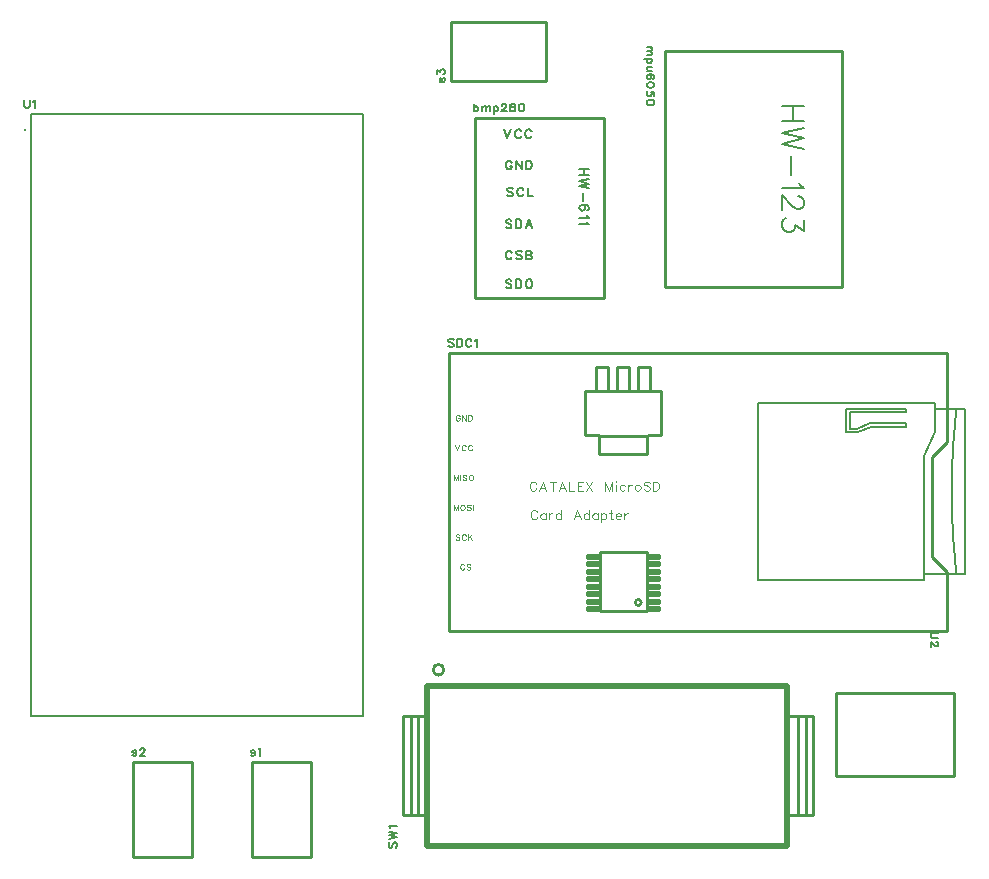
<source format=gto>
G04 Layer: TopSilkscreenLayer*
G04 EasyEDA Pro v2.2.40.3, 2025-07-25 22:58:42*
G04 Gerber Generator version 0.3*
G04 Scale: 100 percent, Rotated: No, Reflected: No*
G04 Dimensions in millimeters*
G04 Leading zeros omitted, absolute positions, 4 integers and 5 decimals*
G04 Generated by one-click*
%FSLAX45Y45*%
%MOMM*%
%ADD10C,0.1524*%
%ADD11C,0.203*%
%ADD12C,0.2032*%
%ADD13C,0.1016*%
%ADD14C,0.254*%
%ADD15C,0.1344*%
%ADD16C,0.127*%
%ADD17C,0.5*%
%ADD18C,0.32512*%
G75*


G04 Text Start*
G54D10*
G01X215138Y-881126D02*
G01X215138Y-927608D01*
G01X218186Y-936752D01*
G01X224536Y-943102D01*
G01X233680Y-946150D01*
G01X240030Y-946150D01*
G01X249174Y-943102D01*
G01X255270Y-936752D01*
G01X258572Y-927608D01*
G01X258572Y-881126D01*
G01X288798Y-893572D02*
G01X294894Y-890270D01*
G01X304038Y-881126D01*
G01X304038Y-946150D01*
G54D11*
G01X6812280Y-927100D02*
G01X6625590Y-927100D01*
G01X6812280Y-1051560D02*
G01X6625590Y-1051560D01*
G01X6723380Y-927100D02*
G01X6723380Y-1051560D01*
G01X6812280Y-1114552D02*
G01X6625590Y-1159002D01*
G01X6812280Y-1203452D02*
G01X6625590Y-1159002D01*
G01X6812280Y-1203452D02*
G01X6625590Y-1247902D01*
G01X6812280Y-1292352D02*
G01X6625590Y-1247902D01*
G01X6705600Y-1355344D02*
G01X6705600Y-1515364D01*
G01X6776720Y-1578356D02*
G01X6785610Y-1596136D01*
G01X6812280Y-1622806D01*
G01X6625590Y-1622806D01*
G01X6767830Y-1694688D02*
G01X6776720Y-1694688D01*
G01X6794500Y-1703578D01*
G01X6803390Y-1712468D01*
G01X6812280Y-1730248D01*
G01X6812280Y-1765808D01*
G01X6803390Y-1783588D01*
G01X6794500Y-1792478D01*
G01X6776720Y-1801368D01*
G01X6758940Y-1801368D01*
G01X6741160Y-1792478D01*
G01X6714490Y-1774698D01*
G01X6625590Y-1685798D01*
G01X6625590Y-1810258D01*
G01X6812280Y-1891030D02*
G01X6812280Y-1988820D01*
G01X6741160Y-1935480D01*
G01X6741160Y-1962150D01*
G01X6732270Y-1979930D01*
G01X6723380Y-1988820D01*
G01X6696710Y-1997710D01*
G01X6678930Y-1997710D01*
G01X6652260Y-1988820D01*
G01X6634480Y-1971040D01*
G01X6625590Y-1944370D01*
G01X6625590Y-1917700D01*
G01X6634480Y-1891030D01*
G01X6643370Y-1882140D01*
G01X6661150Y-1873250D01*
G54D10*
G01X5526024Y-429260D02*
G01X5482590Y-429260D01*
G01X5513578Y-429260D02*
G01X5522976Y-438658D01*
G01X5526024Y-444754D01*
G01X5526024Y-454152D01*
G01X5522976Y-460248D01*
G01X5513578Y-463296D01*
G01X5482590Y-463296D01*
G01X5513578Y-463296D02*
G01X5522976Y-472694D01*
G01X5526024Y-478790D01*
G01X5526024Y-488188D01*
G01X5522976Y-494284D01*
G01X5513578Y-497332D01*
G01X5482590Y-497332D01*
G01X5526024Y-527558D02*
G01X5461000Y-527558D01*
G01X5516626Y-527558D02*
G01X5522976Y-533654D01*
G01X5526024Y-539750D01*
G01X5526024Y-549148D01*
G01X5522976Y-555244D01*
G01X5516626Y-561594D01*
G01X5507482Y-564642D01*
G01X5501132Y-564642D01*
G01X5491988Y-561594D01*
G01X5485638Y-555244D01*
G01X5482590Y-549148D01*
G01X5482590Y-539750D01*
G01X5485638Y-533654D01*
G01X5491988Y-527558D01*
G01X5526024Y-594868D02*
G01X5495036Y-594868D01*
G01X5485638Y-597916D01*
G01X5482590Y-604012D01*
G01X5482590Y-613410D01*
G01X5485638Y-619506D01*
G01X5495036Y-628904D01*
G01X5526024Y-628904D02*
G01X5482590Y-628904D01*
G01X5538470Y-696214D02*
G01X5544566Y-693166D01*
G01X5547614Y-683768D01*
G01X5547614Y-677672D01*
G01X5544566Y-668274D01*
G01X5535168Y-662178D01*
G01X5519928Y-659130D01*
G01X5504434Y-659130D01*
G01X5491988Y-662178D01*
G01X5485638Y-668274D01*
G01X5482590Y-677672D01*
G01X5482590Y-680720D01*
G01X5485638Y-689864D01*
G01X5491988Y-696214D01*
G01X5501132Y-699262D01*
G01X5504434Y-699262D01*
G01X5513578Y-696214D01*
G01X5519928Y-689864D01*
G01X5522976Y-680720D01*
G01X5522976Y-677672D01*
G01X5519928Y-668274D01*
G01X5513578Y-662178D01*
G01X5504434Y-659130D01*
G01X5547614Y-748030D02*
G01X5544566Y-738632D01*
G01X5535168Y-732536D01*
G01X5519928Y-729488D01*
G01X5510530Y-729488D01*
G01X5495036Y-732536D01*
G01X5485638Y-738632D01*
G01X5482590Y-748030D01*
G01X5482590Y-754126D01*
G01X5485638Y-763524D01*
G01X5495036Y-769620D01*
G01X5510530Y-772668D01*
G01X5519928Y-772668D01*
G01X5535168Y-769620D01*
G01X5544566Y-763524D01*
G01X5547614Y-754126D01*
G01X5547614Y-748030D01*
G01X5547614Y-839978D02*
G01X5547614Y-808990D01*
G01X5519928Y-805942D01*
G01X5522976Y-808990D01*
G01X5526024Y-818134D01*
G01X5526024Y-827532D01*
G01X5522976Y-836930D01*
G01X5516626Y-843026D01*
G01X5507482Y-846074D01*
G01X5501132Y-846074D01*
G01X5491988Y-843026D01*
G01X5485638Y-836930D01*
G01X5482590Y-827532D01*
G01X5482590Y-818134D01*
G01X5485638Y-808990D01*
G01X5488940Y-805942D01*
G01X5495036Y-802894D01*
G01X5547614Y-894842D02*
G01X5544566Y-885444D01*
G01X5535168Y-879348D01*
G01X5519928Y-876300D01*
G01X5510530Y-876300D01*
G01X5495036Y-879348D01*
G01X5485638Y-885444D01*
G01X5482590Y-894842D01*
G01X5482590Y-900938D01*
G01X5485638Y-910336D01*
G01X5495036Y-916432D01*
G01X5510530Y-919480D01*
G01X5519928Y-919480D01*
G01X5535168Y-916432D01*
G01X5544566Y-910336D01*
G01X5547614Y-900938D01*
G01X5547614Y-894842D01*
G01X2166556Y-6394754D02*
G01X2163508Y-6388404D01*
G01X2154110Y-6385356D01*
G01X2144966Y-6385356D01*
G01X2135568Y-6388404D01*
G01X2132520Y-6394754D01*
G01X2135568Y-6400850D01*
G01X2141918Y-6403898D01*
G01X2157412Y-6406946D01*
G01X2163508Y-6410248D01*
G01X2166556Y-6416344D01*
G01X2166556Y-6419392D01*
G01X2163508Y-6425742D01*
G01X2154110Y-6428790D01*
G01X2144966Y-6428790D01*
G01X2135568Y-6425742D01*
G01X2132520Y-6419392D01*
G01X2196782Y-6376212D02*
G01X2202878Y-6372910D01*
G01X2212022Y-6363766D01*
G01X2212022Y-6428790D01*
G01X1163256Y-6394754D02*
G01X1160208Y-6388404D01*
G01X1150810Y-6385356D01*
G01X1141666Y-6385356D01*
G01X1132268Y-6388404D01*
G01X1129220Y-6394754D01*
G01X1132268Y-6400850D01*
G01X1138618Y-6403898D01*
G01X1154112Y-6406946D01*
G01X1160208Y-6410248D01*
G01X1163256Y-6416344D01*
G01X1163256Y-6419392D01*
G01X1160208Y-6425742D01*
G01X1150810Y-6428790D01*
G01X1141666Y-6428790D01*
G01X1132268Y-6425742D01*
G01X1129220Y-6419392D01*
G01X1196530Y-6379260D02*
G01X1196530Y-6376212D01*
G01X1199578Y-6369862D01*
G01X1202626Y-6366814D01*
G01X1208722Y-6363766D01*
G01X1221168Y-6363766D01*
G01X1227518Y-6366814D01*
G01X1230566Y-6369862D01*
G01X1233614Y-6376212D01*
G01X1233614Y-6382308D01*
G01X1230566Y-6388404D01*
G01X1224216Y-6397802D01*
G01X1193482Y-6428790D01*
G01X1236662Y-6428790D01*
G01X3740454Y-690944D02*
G01X3734104Y-693992D01*
G01X3731056Y-703390D01*
G01X3731056Y-712534D01*
G01X3734104Y-721932D01*
G01X3740454Y-724980D01*
G01X3746550Y-721932D01*
G01X3749598Y-715582D01*
G01X3752646Y-700088D01*
G01X3755948Y-693992D01*
G01X3762044Y-690944D01*
G01X3765092Y-690944D01*
G01X3771442Y-693992D01*
G01X3774490Y-703390D01*
G01X3774490Y-712534D01*
G01X3771442Y-721932D01*
G01X3765092Y-724980D01*
G01X3709466Y-654622D02*
G01X3709466Y-620586D01*
G01X3734104Y-639128D01*
G01X3734104Y-629984D01*
G01X3737152Y-623634D01*
G01X3740454Y-620586D01*
G01X3749598Y-617538D01*
G01X3755948Y-617538D01*
G01X3765092Y-620586D01*
G01X3771442Y-626682D01*
G01X3774490Y-636080D01*
G01X3774490Y-645478D01*
G01X3771442Y-654622D01*
G01X3768140Y-657670D01*
G01X3762044Y-660718D01*
G54D12*
G01X4277360Y-1127228D02*
G01X4304792Y-1199364D01*
G01X4332224Y-1127228D02*
G01X4304792Y-1199364D01*
G01X4420362Y-1144500D02*
G01X4417060Y-1137642D01*
G01X4410202Y-1130784D01*
G01X4403344Y-1127228D01*
G01X4389628Y-1127228D01*
G01X4382770Y-1130784D01*
G01X4375912Y-1137642D01*
G01X4372356Y-1144500D01*
G01X4369054Y-1154660D01*
G01X4369054Y-1171932D01*
G01X4372356Y-1182092D01*
G01X4375912Y-1188950D01*
G01X4382770Y-1195808D01*
G01X4389628Y-1199364D01*
G01X4403344Y-1199364D01*
G01X4410202Y-1195808D01*
G01X4417060Y-1188950D01*
G01X4420362Y-1182092D01*
G01X4508500Y-1144500D02*
G01X4505198Y-1137642D01*
G01X4498340Y-1130784D01*
G01X4491482Y-1127228D01*
G01X4477766Y-1127228D01*
G01X4470908Y-1130784D01*
G01X4464050Y-1137642D01*
G01X4460494Y-1144500D01*
G01X4457192Y-1154660D01*
G01X4457192Y-1171932D01*
G01X4460494Y-1182092D01*
G01X4464050Y-1188950D01*
G01X4470908Y-1195808D01*
G01X4477766Y-1199364D01*
G01X4491482Y-1199364D01*
G01X4498340Y-1195808D01*
G01X4505198Y-1188950D01*
G01X4508500Y-1182092D01*
G01X4341368Y-1411200D02*
G01X4338066Y-1404342D01*
G01X4331208Y-1397484D01*
G01X4324350Y-1393928D01*
G01X4310634Y-1393928D01*
G01X4303776Y-1397484D01*
G01X4296918Y-1404342D01*
G01X4293362Y-1411200D01*
G01X4290060Y-1421360D01*
G01X4290060Y-1438632D01*
G01X4293362Y-1448792D01*
G01X4296918Y-1455650D01*
G01X4303776Y-1462508D01*
G01X4310634Y-1466064D01*
G01X4324350Y-1466064D01*
G01X4331208Y-1462508D01*
G01X4338066Y-1455650D01*
G01X4341368Y-1448792D01*
G01X4341368Y-1438632D01*
G01X4324350Y-1438632D02*
G01X4341368Y-1438632D01*
G01X4378198Y-1393928D02*
G01X4378198Y-1466064D01*
G01X4378198Y-1393928D02*
G01X4426204Y-1466064D01*
G01X4426204Y-1393928D02*
G01X4426204Y-1466064D01*
G01X4463034Y-1393928D02*
G01X4463034Y-1466064D01*
G01X4463034Y-1393928D02*
G01X4486910Y-1393928D01*
G01X4497324Y-1397484D01*
G01X4504182Y-1404342D01*
G01X4507484Y-1411200D01*
G01X4511040Y-1421360D01*
G01X4511040Y-1438632D01*
G01X4507484Y-1448792D01*
G01X4504182Y-1455650D01*
G01X4497324Y-1462508D01*
G01X4486910Y-1466064D01*
G01X4463034Y-1466064D01*
G01X4350766Y-1632942D02*
G01X4343908Y-1626084D01*
G01X4333494Y-1622528D01*
G01X4319778Y-1622528D01*
G01X4309618Y-1626084D01*
G01X4302760Y-1632942D01*
G01X4302760Y-1639800D01*
G01X4306062Y-1646658D01*
G01X4309618Y-1649960D01*
G01X4316476Y-1653516D01*
G01X4337050Y-1660374D01*
G01X4343908Y-1663676D01*
G01X4347210Y-1667232D01*
G01X4350766Y-1674090D01*
G01X4350766Y-1684250D01*
G01X4343908Y-1691108D01*
G01X4333494Y-1694664D01*
G01X4319778Y-1694664D01*
G01X4309618Y-1691108D01*
G01X4302760Y-1684250D01*
G01X4438904Y-1639800D02*
G01X4435602Y-1632942D01*
G01X4428744Y-1626084D01*
G01X4421886Y-1622528D01*
G01X4408170Y-1622528D01*
G01X4401312Y-1626084D01*
G01X4394454Y-1632942D01*
G01X4390898Y-1639800D01*
G01X4387596Y-1649960D01*
G01X4387596Y-1667232D01*
G01X4390898Y-1677392D01*
G01X4394454Y-1684250D01*
G01X4401312Y-1691108D01*
G01X4408170Y-1694664D01*
G01X4421886Y-1694664D01*
G01X4428744Y-1691108D01*
G01X4435602Y-1684250D01*
G01X4438904Y-1677392D01*
G01X4475734Y-1622528D02*
G01X4475734Y-1694664D01*
G01X4475734Y-1694664D02*
G01X4516882Y-1694664D01*
G01X4338066Y-1899642D02*
G01X4331208Y-1892784D01*
G01X4320794Y-1889228D01*
G01X4307078Y-1889228D01*
G01X4296918Y-1892784D01*
G01X4290060Y-1899642D01*
G01X4290060Y-1906500D01*
G01X4293362Y-1913358D01*
G01X4296918Y-1916660D01*
G01X4303776Y-1920216D01*
G01X4324350Y-1927074D01*
G01X4331208Y-1930376D01*
G01X4334510Y-1933932D01*
G01X4338066Y-1940790D01*
G01X4338066Y-1950950D01*
G01X4331208Y-1957808D01*
G01X4320794Y-1961364D01*
G01X4307078Y-1961364D01*
G01X4296918Y-1957808D01*
G01X4290060Y-1950950D01*
G01X4374896Y-1889228D02*
G01X4374896Y-1961364D01*
G01X4374896Y-1889228D02*
G01X4398772Y-1889228D01*
G01X4409186Y-1892784D01*
G01X4416044Y-1899642D01*
G01X4419346Y-1906500D01*
G01X4422902Y-1916660D01*
G01X4422902Y-1933932D01*
G01X4419346Y-1944092D01*
G01X4416044Y-1950950D01*
G01X4409186Y-1957808D01*
G01X4398772Y-1961364D01*
G01X4374896Y-1961364D01*
G01X4487164Y-1889228D02*
G01X4459732Y-1961364D01*
G01X4487164Y-1889228D02*
G01X4514596Y-1961364D01*
G01X4469892Y-1937234D02*
G01X4504182Y-1937234D01*
G01X4341368Y-2173200D02*
G01X4338066Y-2166342D01*
G01X4331208Y-2159484D01*
G01X4324350Y-2155928D01*
G01X4310634Y-2155928D01*
G01X4303776Y-2159484D01*
G01X4296918Y-2166342D01*
G01X4293362Y-2173200D01*
G01X4290060Y-2183360D01*
G01X4290060Y-2200632D01*
G01X4293362Y-2210792D01*
G01X4296918Y-2217650D01*
G01X4303776Y-2224508D01*
G01X4310634Y-2228064D01*
G01X4324350Y-2228064D01*
G01X4331208Y-2224508D01*
G01X4338066Y-2217650D01*
G01X4341368Y-2210792D01*
G01X4426204Y-2166342D02*
G01X4419346Y-2159484D01*
G01X4408932Y-2155928D01*
G01X4395216Y-2155928D01*
G01X4385056Y-2159484D01*
G01X4378198Y-2166342D01*
G01X4378198Y-2173200D01*
G01X4381500Y-2180058D01*
G01X4385056Y-2183360D01*
G01X4391914Y-2186916D01*
G01X4412488Y-2193774D01*
G01X4419346Y-2197076D01*
G01X4422648Y-2200632D01*
G01X4426204Y-2207490D01*
G01X4426204Y-2217650D01*
G01X4419346Y-2224508D01*
G01X4408932Y-2228064D01*
G01X4395216Y-2228064D01*
G01X4385056Y-2224508D01*
G01X4378198Y-2217650D01*
G01X4463034Y-2155928D02*
G01X4463034Y-2228064D01*
G01X4463034Y-2155928D02*
G01X4493768Y-2155928D01*
G01X4504182Y-2159484D01*
G01X4507484Y-2162786D01*
G01X4511040Y-2169644D01*
G01X4511040Y-2176502D01*
G01X4507484Y-2183360D01*
G01X4504182Y-2186916D01*
G01X4493768Y-2190218D01*
G01X4463034Y-2190218D02*
G01X4493768Y-2190218D01*
G01X4504182Y-2193774D01*
G01X4507484Y-2197076D01*
G01X4511040Y-2203934D01*
G01X4511040Y-2214348D01*
G01X4507484Y-2221206D01*
G01X4504182Y-2224508D01*
G01X4493768Y-2228064D01*
G01X4463034Y-2228064D01*
G01X4338066Y-2407642D02*
G01X4331208Y-2400784D01*
G01X4320794Y-2397228D01*
G01X4307078Y-2397228D01*
G01X4296918Y-2400784D01*
G01X4290060Y-2407642D01*
G01X4290060Y-2414500D01*
G01X4293362Y-2421358D01*
G01X4296918Y-2424660D01*
G01X4303776Y-2428216D01*
G01X4324350Y-2435074D01*
G01X4331208Y-2438376D01*
G01X4334510Y-2441932D01*
G01X4338066Y-2448790D01*
G01X4338066Y-2458950D01*
G01X4331208Y-2465808D01*
G01X4320794Y-2469364D01*
G01X4307078Y-2469364D01*
G01X4296918Y-2465808D01*
G01X4290060Y-2458950D01*
G01X4374896Y-2397228D02*
G01X4374896Y-2469364D01*
G01X4374896Y-2397228D02*
G01X4398772Y-2397228D01*
G01X4409186Y-2400784D01*
G01X4416044Y-2407642D01*
G01X4419346Y-2414500D01*
G01X4422902Y-2424660D01*
G01X4422902Y-2441932D01*
G01X4419346Y-2452092D01*
G01X4416044Y-2458950D01*
G01X4409186Y-2465808D01*
G01X4398772Y-2469364D01*
G01X4374896Y-2469364D01*
G01X4480306Y-2397228D02*
G01X4473448Y-2400784D01*
G01X4466590Y-2407642D01*
G01X4463034Y-2414500D01*
G01X4459732Y-2424660D01*
G01X4459732Y-2441932D01*
G01X4463034Y-2452092D01*
G01X4466590Y-2458950D01*
G01X4473448Y-2465808D01*
G01X4480306Y-2469364D01*
G01X4494022Y-2469364D01*
G01X4500880Y-2465808D01*
G01X4507738Y-2458950D01*
G01X4511040Y-2452092D01*
G01X4514596Y-2441932D01*
G01X4514596Y-2424660D01*
G01X4511040Y-2414500D01*
G01X4507738Y-2407642D01*
G01X4500880Y-2400784D01*
G01X4494022Y-2397228D01*
G01X4480306Y-2397228D01*
G01X4991608Y-1457960D02*
G01X4913122Y-1457960D01*
G01X4991608Y-1510284D02*
G01X4913122Y-1510284D01*
G01X4954270Y-1457960D02*
G01X4954270Y-1510284D01*
G01X4991608Y-1548638D02*
G01X4913122Y-1567180D01*
G01X4991608Y-1585976D02*
G01X4913122Y-1567180D01*
G01X4991608Y-1585976D02*
G01X4913122Y-1604772D01*
G01X4991608Y-1623314D02*
G01X4913122Y-1604772D01*
G01X4946904Y-1661668D02*
G01X4946904Y-1728978D01*
G01X4980432Y-1812036D02*
G01X4988052Y-1808480D01*
G01X4991608Y-1797050D01*
G01X4991608Y-1789684D01*
G01X4988052Y-1778508D01*
G01X4976622Y-1770888D01*
G01X4958080Y-1767332D01*
G01X4939284Y-1767332D01*
G01X4924298Y-1770888D01*
G01X4916932Y-1778508D01*
G01X4913122Y-1789684D01*
G01X4913122Y-1793494D01*
G01X4916932Y-1804670D01*
G01X4924298Y-1812036D01*
G01X4935474Y-1815846D01*
G01X4939284Y-1815846D01*
G01X4950460Y-1812036D01*
G01X4958080Y-1804670D01*
G01X4961636Y-1793494D01*
G01X4961636Y-1789684D01*
G01X4958080Y-1778508D01*
G01X4950460Y-1770888D01*
G01X4939284Y-1767332D01*
G01X4976622Y-1854200D02*
G01X4980432Y-1861566D01*
G01X4991608Y-1872742D01*
G01X4913122Y-1872742D01*
G01X4976622Y-1911096D02*
G01X4980432Y-1918462D01*
G01X4991608Y-1929638D01*
G01X4913122Y-1929638D01*
G54D10*
G01X4020820Y-909066D02*
G01X4020820Y-974090D01*
G01X4020820Y-940054D02*
G01X4026916Y-933704D01*
G01X4033266Y-930656D01*
G01X4042410Y-930656D01*
G01X4048760Y-933704D01*
G01X4054856Y-940054D01*
G01X4057904Y-949198D01*
G01X4057904Y-955548D01*
G01X4054856Y-964692D01*
G01X4048760Y-971042D01*
G01X4042410Y-974090D01*
G01X4033266Y-974090D01*
G01X4026916Y-971042D01*
G01X4020820Y-964692D01*
G01X4088130Y-930656D02*
G01X4088130Y-974090D01*
G01X4088130Y-943102D02*
G01X4097274Y-933704D01*
G01X4103370Y-930656D01*
G01X4112768Y-930656D01*
G01X4118864Y-933704D01*
G01X4122166Y-943102D01*
G01X4122166Y-974090D01*
G01X4122166Y-943102D02*
G01X4131310Y-933704D01*
G01X4137660Y-930656D01*
G01X4146804Y-930656D01*
G01X4152900Y-933704D01*
G01X4156202Y-943102D01*
G01X4156202Y-974090D01*
G01X4186428Y-930656D02*
G01X4186428Y-995680D01*
G01X4186428Y-940054D02*
G01X4192524Y-933704D01*
G01X4198620Y-930656D01*
G01X4208018Y-930656D01*
G01X4214114Y-933704D01*
G01X4220464Y-940054D01*
G01X4223512Y-949198D01*
G01X4223512Y-955548D01*
G01X4220464Y-964692D01*
G01X4214114Y-971042D01*
G01X4208018Y-974090D01*
G01X4198620Y-974090D01*
G01X4192524Y-971042D01*
G01X4186428Y-964692D01*
G01X4256786Y-924560D02*
G01X4256786Y-921512D01*
G01X4259834Y-915162D01*
G01X4262882Y-912114D01*
G01X4268978Y-909066D01*
G01X4281424Y-909066D01*
G01X4287774Y-912114D01*
G01X4290822Y-915162D01*
G01X4293870Y-921512D01*
G01X4293870Y-927608D01*
G01X4290822Y-933704D01*
G01X4284472Y-943102D01*
G01X4253738Y-974090D01*
G01X4296918Y-974090D01*
G01X4342384Y-909066D02*
G01X4333240Y-912114D01*
G01X4330192Y-918210D01*
G01X4330192Y-924560D01*
G01X4333240Y-930656D01*
G01X4339336Y-933704D01*
G01X4351782Y-936752D01*
G01X4361180Y-940054D01*
G01X4367276Y-946150D01*
G01X4370324Y-952246D01*
G01X4370324Y-961644D01*
G01X4367276Y-967740D01*
G01X4364228Y-971042D01*
G01X4354830Y-974090D01*
G01X4342384Y-974090D01*
G01X4333240Y-971042D01*
G01X4330192Y-967740D01*
G01X4327144Y-961644D01*
G01X4327144Y-952246D01*
G01X4330192Y-946150D01*
G01X4336288Y-940054D01*
G01X4345686Y-936752D01*
G01X4357878Y-933704D01*
G01X4364228Y-930656D01*
G01X4367276Y-924560D01*
G01X4367276Y-918210D01*
G01X4364228Y-912114D01*
G01X4354830Y-909066D01*
G01X4342384Y-909066D01*
G01X4419092Y-909066D02*
G01X4409694Y-912114D01*
G01X4403598Y-921512D01*
G01X4400550Y-936752D01*
G01X4400550Y-946150D01*
G01X4403598Y-961644D01*
G01X4409694Y-971042D01*
G01X4419092Y-974090D01*
G01X4425188Y-974090D01*
G01X4434586Y-971042D01*
G01X4440682Y-961644D01*
G01X4443730Y-946150D01*
G01X4443730Y-936752D01*
G01X4440682Y-921512D01*
G01X4434586Y-912114D01*
G01X4425188Y-909066D01*
G01X4419092Y-909066D01*
G54D13*
G01X4548022Y-4126332D02*
G01X4544212Y-4119220D01*
G01X4537100Y-4111854D01*
G01X4529734Y-4108298D01*
G01X4515002Y-4108298D01*
G01X4507890Y-4111854D01*
G01X4500524Y-4119220D01*
G01X4496714Y-4126332D01*
G01X4493158Y-4137508D01*
G01X4493158Y-4155542D01*
G01X4496714Y-4166718D01*
G01X4500524Y-4173830D01*
G01X4507890Y-4181196D01*
G01X4515002Y-4184752D01*
G01X4529734Y-4184752D01*
G01X4537100Y-4181196D01*
G01X4544212Y-4173830D01*
G01X4548022Y-4166718D01*
G01X4604918Y-4108298D02*
G01X4575708Y-4184752D01*
G01X4604918Y-4108298D02*
G01X4634128Y-4184752D01*
G01X4586630Y-4159352D02*
G01X4623206Y-4159352D01*
G01X4687468Y-4108298D02*
G01X4687468Y-4184752D01*
G01X4661814Y-4108298D02*
G01X4712868Y-4108298D01*
G01X4769764Y-4108298D02*
G01X4740554Y-4184752D01*
G01X4769764Y-4108298D02*
G01X4798974Y-4184752D01*
G01X4751476Y-4159352D02*
G01X4788052Y-4159352D01*
G01X4826660Y-4108298D02*
G01X4826660Y-4184752D01*
G01X4826660Y-4184752D02*
G01X4870602Y-4184752D01*
G01X4898288Y-4108298D02*
G01X4898288Y-4184752D01*
G01X4898288Y-4108298D02*
G01X4945786Y-4108298D01*
G01X4898288Y-4144620D02*
G01X4927498Y-4144620D01*
G01X4898288Y-4184752D02*
G01X4945786Y-4184752D01*
G01X4973472Y-4108298D02*
G01X5024526Y-4184752D01*
G01X5024526Y-4108298D02*
G01X4973472Y-4184752D01*
G01X5134000Y-4108298D02*
G01X5134000Y-4184752D01*
G01X5134000Y-4108298D02*
G01X5163210Y-4184752D01*
G01X5192420Y-4108298D02*
G01X5163210Y-4184752D01*
G01X5192420Y-4108298D02*
G01X5192420Y-4184752D01*
G01X5220106Y-4108298D02*
G01X5223662Y-4111854D01*
G01X5227472Y-4108298D01*
G01X5223662Y-4104488D01*
G01X5220106Y-4108298D01*
G01X5223662Y-4133698D02*
G01X5223662Y-4184752D01*
G01X5299100Y-4144620D02*
G01X5291734Y-4137508D01*
G01X5284368Y-4133698D01*
G01X5273446Y-4133698D01*
G01X5266080Y-4137508D01*
G01X5258714Y-4144620D01*
G01X5255158Y-4155542D01*
G01X5255158Y-4162908D01*
G01X5258714Y-4173830D01*
G01X5266080Y-4181196D01*
G01X5273446Y-4184752D01*
G01X5284368Y-4184752D01*
G01X5291734Y-4181196D01*
G01X5299100Y-4173830D01*
G01X5326786Y-4133698D02*
G01X5326786Y-4184752D01*
G01X5326786Y-4155542D02*
G01X5330342Y-4144620D01*
G01X5337708Y-4137508D01*
G01X5345074Y-4133698D01*
G01X5355996Y-4133698D01*
G01X5401970Y-4133698D02*
G01X5394604Y-4137508D01*
G01X5387238Y-4144620D01*
G01X5383682Y-4155542D01*
G01X5383682Y-4162908D01*
G01X5387238Y-4173830D01*
G01X5394604Y-4181196D01*
G01X5401970Y-4184752D01*
G01X5412892Y-4184752D01*
G01X5420258Y-4181196D01*
G01X5427624Y-4173830D01*
G01X5431180Y-4162908D01*
G01X5431180Y-4155542D01*
G01X5427624Y-4144620D01*
G01X5420258Y-4137508D01*
G01X5412892Y-4133698D01*
G01X5401970Y-4133698D01*
G01X5509920Y-4119220D02*
G01X5502808Y-4111854D01*
G01X5491632Y-4108298D01*
G01X5477154Y-4108298D01*
G01X5466232Y-4111854D01*
G01X5458866Y-4119220D01*
G01X5458866Y-4126332D01*
G01X5462422Y-4133698D01*
G01X5466232Y-4137508D01*
G01X5473598Y-4141064D01*
G01X5495442Y-4148430D01*
G01X5502808Y-4151986D01*
G01X5506364Y-4155542D01*
G01X5509920Y-4162908D01*
G01X5509920Y-4173830D01*
G01X5502808Y-4181196D01*
G01X5491632Y-4184752D01*
G01X5477154Y-4184752D01*
G01X5466232Y-4181196D01*
G01X5458866Y-4173830D01*
G01X5537606Y-4108298D02*
G01X5537606Y-4184752D01*
G01X5537606Y-4108298D02*
G01X5563260Y-4108298D01*
G01X5574182Y-4111854D01*
G01X5581548Y-4119220D01*
G01X5585104Y-4126332D01*
G01X5588660Y-4137508D01*
G01X5588660Y-4155542D01*
G01X5585104Y-4166718D01*
G01X5581548Y-4173830D01*
G01X5574182Y-4181196D01*
G01X5563260Y-4184752D01*
G01X5537606Y-4184752D01*
G01X4555744Y-4368546D02*
G01X4551934Y-4361434D01*
G01X4544822Y-4354068D01*
G01X4537456Y-4350512D01*
G01X4522724Y-4350512D01*
G01X4515612Y-4354068D01*
G01X4508246Y-4361434D01*
G01X4504436Y-4368546D01*
G01X4500880Y-4379722D01*
G01X4500880Y-4397756D01*
G01X4504436Y-4408932D01*
G01X4508246Y-4416044D01*
G01X4515612Y-4423410D01*
G01X4522724Y-4426966D01*
G01X4537456Y-4426966D01*
G01X4544822Y-4423410D01*
G01X4551934Y-4416044D01*
G01X4555744Y-4408932D01*
G01X4627372Y-4375912D02*
G01X4627372Y-4426966D01*
G01X4627372Y-4386834D02*
G01X4620006Y-4379722D01*
G01X4612640Y-4375912D01*
G01X4601718Y-4375912D01*
G01X4594352Y-4379722D01*
G01X4586986Y-4386834D01*
G01X4583430Y-4397756D01*
G01X4583430Y-4405122D01*
G01X4586986Y-4416044D01*
G01X4594352Y-4423410D01*
G01X4601718Y-4426966D01*
G01X4612640Y-4426966D01*
G01X4620006Y-4423410D01*
G01X4627372Y-4416044D01*
G01X4655058Y-4375912D02*
G01X4655058Y-4426966D01*
G01X4655058Y-4397756D02*
G01X4658614Y-4386834D01*
G01X4665980Y-4379722D01*
G01X4673346Y-4375912D01*
G01X4684268Y-4375912D01*
G01X4755896Y-4350512D02*
G01X4755896Y-4426966D01*
G01X4755896Y-4386834D02*
G01X4748530Y-4379722D01*
G01X4741164Y-4375912D01*
G01X4730242Y-4375912D01*
G01X4722876Y-4379722D01*
G01X4715510Y-4386834D01*
G01X4711954Y-4397756D01*
G01X4711954Y-4405122D01*
G01X4715510Y-4416044D01*
G01X4722876Y-4423410D01*
G01X4730242Y-4426966D01*
G01X4741164Y-4426966D01*
G01X4748530Y-4423410D01*
G01X4755896Y-4416044D01*
G01X4894580Y-4350512D02*
G01X4865370Y-4426966D01*
G01X4894580Y-4350512D02*
G01X4923790Y-4426966D01*
G01X4876292Y-4401566D02*
G01X4912868Y-4401566D01*
G01X4995418Y-4350512D02*
G01X4995418Y-4426966D01*
G01X4995418Y-4386834D02*
G01X4988052Y-4379722D01*
G01X4980686Y-4375912D01*
G01X4969764Y-4375912D01*
G01X4962398Y-4379722D01*
G01X4955032Y-4386834D01*
G01X4951476Y-4397756D01*
G01X4951476Y-4405122D01*
G01X4955032Y-4416044D01*
G01X4962398Y-4423410D01*
G01X4969764Y-4426966D01*
G01X4980686Y-4426966D01*
G01X4988052Y-4423410D01*
G01X4995418Y-4416044D01*
G01X5067046Y-4375912D02*
G01X5067046Y-4426966D01*
G01X5067046Y-4386834D02*
G01X5059680Y-4379722D01*
G01X5052314Y-4375912D01*
G01X5041392Y-4375912D01*
G01X5034026Y-4379722D01*
G01X5026660Y-4386834D01*
G01X5023104Y-4397756D01*
G01X5023104Y-4405122D01*
G01X5026660Y-4416044D01*
G01X5034026Y-4423410D01*
G01X5041392Y-4426966D01*
G01X5052314Y-4426966D01*
G01X5059680Y-4423410D01*
G01X5067046Y-4416044D01*
G01X5094732Y-4375912D02*
G01X5094732Y-4452620D01*
G01X5094732Y-4386834D02*
G01X5102098Y-4379722D01*
G01X5109464Y-4375912D01*
G01X5120386Y-4375912D01*
G01X5127498Y-4379722D01*
G01X5134864Y-4386834D01*
G01X5138674Y-4397756D01*
G01X5138674Y-4405122D01*
G01X5134864Y-4416044D01*
G01X5127498Y-4423410D01*
G01X5120386Y-4426966D01*
G01X5109464Y-4426966D01*
G01X5102098Y-4423410D01*
G01X5094732Y-4416044D01*
G01X5177282Y-4350512D02*
G01X5177282Y-4412488D01*
G01X5181092Y-4423410D01*
G01X5188204Y-4426966D01*
G01X5195570Y-4426966D01*
G01X5166360Y-4375912D02*
G01X5192014Y-4375912D01*
G01X5223256Y-4397756D02*
G01X5267198Y-4397756D01*
G01X5267198Y-4390644D01*
G01X5263388Y-4383278D01*
G01X5259832Y-4379722D01*
G01X5252466Y-4375912D01*
G01X5241544Y-4375912D01*
G01X5234178Y-4379722D01*
G01X5226812Y-4386834D01*
G01X5223256Y-4397756D01*
G01X5223256Y-4405122D01*
G01X5226812Y-4416044D01*
G01X5234178Y-4423410D01*
G01X5241544Y-4426966D01*
G01X5252466Y-4426966D01*
G01X5259832Y-4423410D01*
G01X5267198Y-4416044D01*
G01X5294884Y-4375912D02*
G01X5294884Y-4426966D01*
G01X5294884Y-4397756D02*
G01X5298440Y-4386834D01*
G01X5305806Y-4379722D01*
G01X5313172Y-4375912D01*
G01X5324094Y-4375912D01*
G01X3900805Y-3556508D02*
G01X3898519Y-3552190D01*
G01X3894201Y-3547872D01*
G01X3889883Y-3545586D01*
G01X3881247Y-3545586D01*
G01X3876675Y-3547872D01*
G01X3872357Y-3552190D01*
G01X3870325Y-3556508D01*
G01X3868039Y-3563112D01*
G01X3868039Y-3574034D01*
G01X3870325Y-3580638D01*
G01X3872357Y-3584956D01*
G01X3876675Y-3589274D01*
G01X3881247Y-3591560D01*
G01X3889883Y-3591560D01*
G01X3894201Y-3589274D01*
G01X3898519Y-3584956D01*
G01X3900805Y-3580638D01*
G01X3900805Y-3574034D01*
G01X3889883Y-3574034D02*
G01X3900805Y-3574034D01*
G01X3921379Y-3545586D02*
G01X3921379Y-3591560D01*
G01X3921379Y-3545586D02*
G01X3952113Y-3591560D01*
G01X3952113Y-3545586D02*
G01X3952113Y-3591560D01*
G01X3972687Y-3545586D02*
G01X3972687Y-3591560D01*
G01X3972687Y-3545586D02*
G01X3987927Y-3545586D01*
G01X3994531Y-3547872D01*
G01X3998849Y-3552190D01*
G01X4001135Y-3556508D01*
G01X4003421Y-3563112D01*
G01X4003421Y-3574034D01*
G01X4001135Y-3580638D01*
G01X3998849Y-3584956D01*
G01X3994531Y-3589274D01*
G01X3987927Y-3591560D01*
G01X3972687Y-3591560D01*
G01X3862578Y-3798062D02*
G01X3880104Y-3844036D01*
G01X3897376Y-3798062D02*
G01X3880104Y-3844036D01*
G01X3950716Y-3808984D02*
G01X3948684Y-3804666D01*
G01X3944112Y-3800348D01*
G01X3939794Y-3798062D01*
G01X3931158Y-3798062D01*
G01X3926840Y-3800348D01*
G01X3922268Y-3804666D01*
G01X3920236Y-3808984D01*
G01X3917950Y-3815588D01*
G01X3917950Y-3826510D01*
G01X3920236Y-3833114D01*
G01X3922268Y-3837432D01*
G01X3926840Y-3841750D01*
G01X3931158Y-3844036D01*
G01X3939794Y-3844036D01*
G01X3944112Y-3841750D01*
G01X3948684Y-3837432D01*
G01X3950716Y-3833114D01*
G01X4004056Y-3808984D02*
G01X4002024Y-3804666D01*
G01X3997452Y-3800348D01*
G01X3993134Y-3798062D01*
G01X3984498Y-3798062D01*
G01X3980180Y-3800348D01*
G01X3975608Y-3804666D01*
G01X3973576Y-3808984D01*
G01X3971290Y-3815588D01*
G01X3971290Y-3826510D01*
G01X3973576Y-3833114D01*
G01X3975608Y-3837432D01*
G01X3980180Y-3841750D01*
G01X3984498Y-3844036D01*
G01X3993134Y-3844036D01*
G01X3997452Y-3841750D01*
G01X4002024Y-3837432D01*
G01X4004056Y-3833114D01*
G01X3850640Y-4050538D02*
G01X3850640Y-4096512D01*
G01X3850640Y-4050538D02*
G01X3868166Y-4096512D01*
G01X3885438Y-4050538D02*
G01X3868166Y-4096512D01*
G01X3885438Y-4050538D02*
G01X3885438Y-4096512D01*
G01X3906012Y-4050538D02*
G01X3906012Y-4096512D01*
G01X3957320Y-4057142D02*
G01X3953002Y-4052824D01*
G01X3946398Y-4050538D01*
G01X3937508Y-4050538D01*
G01X3931158Y-4052824D01*
G01X3926586Y-4057142D01*
G01X3926586Y-4061460D01*
G01X3928872Y-4066032D01*
G01X3931158Y-4068064D01*
G01X3935476Y-4070350D01*
G01X3948430Y-4074668D01*
G01X3953002Y-4076954D01*
G01X3955034Y-4078986D01*
G01X3957320Y-4083304D01*
G01X3957320Y-4089908D01*
G01X3953002Y-4094226D01*
G01X3946398Y-4096512D01*
G01X3937508Y-4096512D01*
G01X3931158Y-4094226D01*
G01X3926586Y-4089908D01*
G01X3991102Y-4050538D02*
G01X3986784Y-4052824D01*
G01X3982212Y-4057142D01*
G01X3980180Y-4061460D01*
G01X3977894Y-4068064D01*
G01X3977894Y-4078986D01*
G01X3980180Y-4085590D01*
G01X3982212Y-4089908D01*
G01X3986784Y-4094226D01*
G01X3991102Y-4096512D01*
G01X3999738Y-4096512D01*
G01X4004056Y-4094226D01*
G01X4008628Y-4089908D01*
G01X4010660Y-4085590D01*
G01X4012946Y-4078986D01*
G01X4012946Y-4068064D01*
G01X4010660Y-4061460D01*
G01X4008628Y-4057142D01*
G01X4004056Y-4052824D01*
G01X3999738Y-4050538D01*
G01X3991102Y-4050538D01*
G01X3850640Y-4303014D02*
G01X3850640Y-4348988D01*
G01X3850640Y-4303014D02*
G01X3868166Y-4348988D01*
G01X3885438Y-4303014D02*
G01X3868166Y-4348988D01*
G01X3885438Y-4303014D02*
G01X3885438Y-4348988D01*
G01X3919220Y-4303014D02*
G01X3914902Y-4305300D01*
G01X3910330Y-4309618D01*
G01X3908298Y-4313936D01*
G01X3906012Y-4320540D01*
G01X3906012Y-4331462D01*
G01X3908298Y-4338066D01*
G01X3910330Y-4342384D01*
G01X3914902Y-4346702D01*
G01X3919220Y-4348988D01*
G01X3927856Y-4348988D01*
G01X3932174Y-4346702D01*
G01X3936746Y-4342384D01*
G01X3938778Y-4338066D01*
G01X3941064Y-4331462D01*
G01X3941064Y-4320540D01*
G01X3938778Y-4313936D01*
G01X3936746Y-4309618D01*
G01X3932174Y-4305300D01*
G01X3927856Y-4303014D01*
G01X3919220Y-4303014D01*
G01X3992372Y-4309618D02*
G01X3987800Y-4305300D01*
G01X3981450Y-4303014D01*
G01X3972560Y-4303014D01*
G01X3965956Y-4305300D01*
G01X3961638Y-4309618D01*
G01X3961638Y-4313936D01*
G01X3963924Y-4318508D01*
G01X3965956Y-4320540D01*
G01X3970528Y-4322826D01*
G01X3983482Y-4327144D01*
G01X3987800Y-4329430D01*
G01X3990086Y-4331462D01*
G01X3992372Y-4335780D01*
G01X3992372Y-4342384D01*
G01X3987800Y-4346702D01*
G01X3981450Y-4348988D01*
G01X3972560Y-4348988D01*
G01X3965956Y-4346702D01*
G01X3961638Y-4342384D01*
G01X4012946Y-4303014D02*
G01X4012946Y-4348988D01*
G01X3898519Y-4562094D02*
G01X3894201Y-4557776D01*
G01X3887597Y-4555490D01*
G01X3878961Y-4555490D01*
G01X3872357Y-4557776D01*
G01X3868039Y-4562094D01*
G01X3868039Y-4566412D01*
G01X3870325Y-4570984D01*
G01X3872357Y-4573016D01*
G01X3876675Y-4575302D01*
G01X3889883Y-4579620D01*
G01X3894201Y-4581906D01*
G01X3896487Y-4583938D01*
G01X3898519Y-4588256D01*
G01X3898519Y-4594860D01*
G01X3894201Y-4599178D01*
G01X3887597Y-4601464D01*
G01X3878961Y-4601464D01*
G01X3872357Y-4599178D01*
G01X3868039Y-4594860D01*
G01X3951859Y-4566412D02*
G01X3949827Y-4562094D01*
G01X3945255Y-4557776D01*
G01X3940937Y-4555490D01*
G01X3932301Y-4555490D01*
G01X3927983Y-4557776D01*
G01X3923411Y-4562094D01*
G01X3921379Y-4566412D01*
G01X3919093Y-4573016D01*
G01X3919093Y-4583938D01*
G01X3921379Y-4590542D01*
G01X3923411Y-4594860D01*
G01X3927983Y-4599178D01*
G01X3932301Y-4601464D01*
G01X3940937Y-4601464D01*
G01X3945255Y-4599178D01*
G01X3949827Y-4594860D01*
G01X3951859Y-4590542D01*
G01X3972433Y-4555490D02*
G01X3972433Y-4601464D01*
G01X4003167Y-4555490D02*
G01X3972433Y-4586224D01*
G01X3983355Y-4575302D02*
G01X4003167Y-4601464D01*
G01X3938270Y-4818888D02*
G01X3935984Y-4814570D01*
G01X3931666Y-4810252D01*
G01X3927348Y-4807966D01*
G01X3918712Y-4807966D01*
G01X3914140Y-4810252D01*
G01X3909822Y-4814570D01*
G01X3907790Y-4818888D01*
G01X3905504Y-4825492D01*
G01X3905504Y-4836414D01*
G01X3907790Y-4843018D01*
G01X3909822Y-4847336D01*
G01X3914140Y-4851654D01*
G01X3918712Y-4853940D01*
G01X3927348Y-4853940D01*
G01X3931666Y-4851654D01*
G01X3935984Y-4847336D01*
G01X3938270Y-4843018D01*
G01X3989578Y-4814570D02*
G01X3985006Y-4810252D01*
G01X3978656Y-4807966D01*
G01X3969766Y-4807966D01*
G01X3963162Y-4810252D01*
G01X3958844Y-4814570D01*
G01X3958844Y-4818888D01*
G01X3961130Y-4823460D01*
G01X3963162Y-4825492D01*
G01X3967734Y-4827778D01*
G01X3980688Y-4832096D01*
G01X3985006Y-4834382D01*
G01X3987292Y-4836414D01*
G01X3989578Y-4840732D01*
G01X3989578Y-4847336D01*
G01X3985006Y-4851654D01*
G01X3978656Y-4853940D01*
G01X3969766Y-4853940D01*
G01X3963162Y-4851654D01*
G01X3958844Y-4847336D01*
G54D10*
G01X3848354Y-2911610D02*
G01X3842004Y-2905514D01*
G01X3832860Y-2902466D01*
G01X3820414Y-2902466D01*
G01X3811016Y-2905514D01*
G01X3804920Y-2911610D01*
G01X3804920Y-2917960D01*
G01X3807968Y-2924056D01*
G01X3811016Y-2927104D01*
G01X3817366Y-2930152D01*
G01X3835908Y-2936502D01*
G01X3842004Y-2939550D01*
G01X3845052Y-2942598D01*
G01X3848354Y-2948948D01*
G01X3848354Y-2958092D01*
G01X3842004Y-2964442D01*
G01X3832860Y-2967490D01*
G01X3820414Y-2967490D01*
G01X3811016Y-2964442D01*
G01X3804920Y-2958092D01*
G01X3878580Y-2902466D02*
G01X3878580Y-2967490D01*
G01X3878580Y-2902466D02*
G01X3900170Y-2902466D01*
G01X3909314Y-2905514D01*
G01X3915664Y-2911610D01*
G01X3918712Y-2917960D01*
G01X3921760Y-2927104D01*
G01X3921760Y-2942598D01*
G01X3918712Y-2951996D01*
G01X3915664Y-2958092D01*
G01X3909314Y-2964442D01*
G01X3900170Y-2967490D01*
G01X3878580Y-2967490D01*
G01X3998214Y-2917960D02*
G01X3995166Y-2911610D01*
G01X3989070Y-2905514D01*
G01X3982720Y-2902466D01*
G01X3970528Y-2902466D01*
G01X3964178Y-2905514D01*
G01X3958082Y-2911610D01*
G01X3955034Y-2917960D01*
G01X3951986Y-2927104D01*
G01X3951986Y-2942598D01*
G01X3955034Y-2951996D01*
G01X3958082Y-2958092D01*
G01X3964178Y-2964442D01*
G01X3970528Y-2967490D01*
G01X3982720Y-2967490D01*
G01X3989070Y-2964442D01*
G01X3995166Y-2958092D01*
G01X3998214Y-2951996D01*
G01X4028440Y-2914912D02*
G01X4034536Y-2911610D01*
G01X4043680Y-2902466D01*
G01X4043680Y-2967490D01*
G01X7951937Y-5391015D02*
G01X7905455Y-5391015D01*
G01X7896311Y-5394063D01*
G01X7889961Y-5400413D01*
G01X7886913Y-5409557D01*
G01X7886913Y-5415907D01*
G01X7889961Y-5425051D01*
G01X7896311Y-5431147D01*
G01X7905455Y-5434449D01*
G01X7951937Y-5434449D01*
G01X7936443Y-5467723D02*
G01X7939491Y-5467723D01*
G01X7945841Y-5470771D01*
G01X7948889Y-5473819D01*
G01X7951937Y-5479915D01*
G01X7951937Y-5492361D01*
G01X7948889Y-5498711D01*
G01X7945841Y-5501759D01*
G01X7939491Y-5504807D01*
G01X7933395Y-5504807D01*
G01X7927299Y-5501759D01*
G01X7917901Y-5495409D01*
G01X7886913Y-5464675D01*
G01X7886913Y-5507855D01*
G01X3310712Y-7164051D02*
G01X3304616Y-7170401D01*
G01X3301568Y-7179545D01*
G01X3301568Y-7191991D01*
G01X3304616Y-7201389D01*
G01X3310712Y-7207485D01*
G01X3317062Y-7207485D01*
G01X3323158Y-7204437D01*
G01X3326206Y-7201389D01*
G01X3329254Y-7195039D01*
G01X3335604Y-7176497D01*
G01X3338652Y-7170401D01*
G01X3341700Y-7167353D01*
G01X3348050Y-7164051D01*
G01X3357194Y-7164051D01*
G01X3363544Y-7170401D01*
G01X3366592Y-7179545D01*
G01X3366592Y-7191991D01*
G01X3363544Y-7201389D01*
G01X3357194Y-7207485D01*
G01X3301568Y-7133825D02*
G01X3366592Y-7118585D01*
G01X3301568Y-7103091D02*
G01X3366592Y-7118585D01*
G01X3301568Y-7103091D02*
G01X3366592Y-7087597D01*
G01X3301568Y-7072103D02*
G01X3366592Y-7087597D01*
G01X3314014Y-7041877D02*
G01X3310712Y-7035781D01*
G01X3301568Y-7026637D01*
G01X3366592Y-7026637D01*
G04 Text End*

G04 PolygonModel Start*
G01X271780Y-6090920D02*
G01X3081020Y-6090920D01*
G01X3081020Y-6090920D02*
G01X3081020Y-995680D01*
G01X3081020Y-995680D02*
G01X271780Y-995680D01*
G01X271780Y-995680D02*
G01X271780Y-6090920D01*
G54D14*
G01X4025900Y-2552700D02*
G01X4025900Y-1028700D01*
G01X4025900Y-1028700D02*
G01X5125900Y-1028700D01*
G01X5125900Y-2552700D02*
G01X4025900Y-2552700D01*
G01X5125900Y-2552700D02*
G01X5125900Y-1028700D01*
G54D16*
G01X7924800Y-3492500D02*
G01X8104784Y-3492500D01*
G01X8104784Y-3492500D02*
G01X8174787Y-3492500D01*
G01X8174787Y-3492500D02*
G01X8174787Y-4892497D01*
G01X8174787Y-4892497D02*
G01X8104784Y-4892497D01*
G01X8104784Y-4892497D02*
G01X7834782Y-4892497D01*
G01X7924800Y-3442513D02*
G01X6424778Y-3442513D01*
G01X6424778Y-3442513D02*
G01X6424778Y-4942484D01*
G01X6424778Y-4942484D02*
G01X7834782Y-4942484D01*
G01X7834782Y-4942484D02*
G01X7834782Y-4892497D01*
G01X7834782Y-4892497D02*
G01X7834782Y-3892499D01*
G01X7834782Y-3892499D02*
G01X7924800Y-3692500D01*
G01X7924800Y-3692500D02*
G01X7924800Y-3492500D01*
G01X7924800Y-3492500D02*
G01X7924800Y-3442513D01*
G01X7674788Y-3642487D02*
G01X7384796Y-3642487D01*
G01X7384796Y-3642487D02*
G01X7274789Y-3692500D01*
G01X7274789Y-3692500D02*
G01X7174789Y-3692500D01*
G01X7174789Y-3692500D02*
G01X7174789Y-3492500D01*
G01X7174789Y-3492500D02*
G01X7674788Y-3492500D01*
G01X7674788Y-3492500D02*
G01X7674788Y-3522497D01*
G01X7674788Y-3522497D02*
G01X7204786Y-3522497D01*
G01X7204786Y-3522497D02*
G01X7204786Y-3662502D01*
G01X7204786Y-3662502D02*
G01X7264781Y-3662502D01*
G01X7264781Y-3662502D02*
G01X7374788Y-3612490D01*
G01X7374788Y-3612490D02*
G01X7674788Y-3612490D01*
G01X7674788Y-3612490D02*
G01X7674788Y-3642487D01*
G54D14*
G01X5087798Y-5207244D02*
G01X5087798Y-4707252D01*
G01X5487800Y-5207244D02*
G01X5187798Y-5207244D01*
G01X5187798Y-5207244D02*
G01X5087798Y-5207244D01*
G01X5487800Y-5207244D02*
G01X5487800Y-4707252D01*
G01X5487800Y-4707219D02*
G01X5187798Y-4707219D01*
G01X5187798Y-4707219D02*
G01X5087798Y-4707219D01*
G01X4963201Y-3338096D02*
G01X5603199Y-3338096D01*
G01X5603199Y-3338096D02*
G01X5603199Y-3718098D01*
G01X4963201Y-3718098D02*
G01X4963201Y-3338096D01*
G01X4963201Y-3718098D02*
G01X5075697Y-3718098D01*
G01X5490703Y-3718098D02*
G01X5603199Y-3718098D01*
G01X8029999Y-5372100D02*
G01X8030007Y-4875893D01*
G01X3810000Y-3022100D02*
G01X3810000Y-5372100D01*
G01X7903007Y-4748893D02*
G01X8030007Y-4875893D01*
G01X7902999Y-3898900D02*
G01X7902999Y-4748901D01*
G01X7902999Y-3898900D02*
G01X8029796Y-3772103D01*
G01X3810000Y-5372100D02*
G01X8029999Y-5372100D01*
G01X3810000Y-3022100D02*
G01X8029999Y-3022100D01*
G01X8029999Y-3772101D02*
G01X8029999Y-3022100D01*
G54D16*
G01X8104784Y-3492500D02*
G03X8104784Y-4892497I6105012J-699999D01*
G54D14*
G01X5080000Y-3721108D02*
G01X5486400Y-3721108D01*
G01X5486400Y-3721108D02*
G01X5486400Y-3873508D01*
G01X5486400Y-3873508D02*
G01X5080000Y-3873508D01*
G01X5080000Y-3873508D02*
G01X5080000Y-3721108D01*
G01X5054600Y-3136908D02*
G01X5156200Y-3136908D01*
G01X5156200Y-3136908D02*
G01X5156200Y-3340108D01*
G01X5156200Y-3340108D02*
G01X5054600Y-3340108D01*
G01X5054600Y-3340108D02*
G01X5054600Y-3136908D01*
G01X5410200Y-3136908D02*
G01X5511800Y-3136908D01*
G01X5511800Y-3136908D02*
G01X5511800Y-3340108D01*
G01X5511800Y-3340108D02*
G01X5410200Y-3340108D01*
G01X5410200Y-3340108D02*
G01X5410200Y-3136908D01*
G01X5232400Y-3136908D02*
G01X5334000Y-3136908D01*
G01X5334000Y-3136908D02*
G01X5334000Y-3340108D01*
G01X5334000Y-3340108D02*
G01X5232400Y-3340108D01*
G01X5232400Y-3340108D02*
G01X5232400Y-3136908D01*
G01X5488940Y-4726948D02*
G01X5590540Y-4726948D01*
G01X5590540Y-4726948D02*
G01X5590540Y-4752348D01*
G01X5590540Y-4752348D02*
G01X5488940Y-4752348D01*
G01X5488940Y-4752348D02*
G01X5488940Y-4726948D01*
G01X5488940Y-4790448D02*
G01X5590540Y-4790448D01*
G01X5590540Y-4790448D02*
G01X5590540Y-4815848D01*
G01X5590540Y-4815848D02*
G01X5488940Y-4815848D01*
G01X5488940Y-4815848D02*
G01X5488940Y-4790448D01*
G01X5488940Y-4853948D02*
G01X5590540Y-4853948D01*
G01X5590540Y-4853948D02*
G01X5590540Y-4879348D01*
G01X5590540Y-4879348D02*
G01X5488940Y-4879348D01*
G01X5488940Y-4879348D02*
G01X5488940Y-4853948D01*
G01X5488940Y-4917448D02*
G01X5590540Y-4917448D01*
G01X5590540Y-4917448D02*
G01X5590540Y-4942848D01*
G01X5590540Y-4942848D02*
G01X5488940Y-4942848D01*
G01X5488940Y-4942848D02*
G01X5488940Y-4917448D01*
G01X5488940Y-4980948D02*
G01X5590540Y-4980948D01*
G01X5590540Y-4980948D02*
G01X5590540Y-5006348D01*
G01X5590540Y-5006348D02*
G01X5488940Y-5006348D01*
G01X5488940Y-5006348D02*
G01X5488940Y-4980948D01*
G01X5488940Y-5044448D02*
G01X5590540Y-5044448D01*
G01X5590540Y-5044448D02*
G01X5590540Y-5069848D01*
G01X5590540Y-5069848D02*
G01X5488940Y-5069848D01*
G01X5488940Y-5069848D02*
G01X5488940Y-5044448D01*
G01X5488940Y-5107948D02*
G01X5590540Y-5107948D01*
G01X5590540Y-5107948D02*
G01X5590540Y-5133348D01*
G01X5590540Y-5133348D02*
G01X5488940Y-5133348D01*
G01X5488940Y-5133348D02*
G01X5488940Y-5107948D01*
G01X5488940Y-5171448D02*
G01X5590540Y-5171448D01*
G01X5590540Y-5171448D02*
G01X5590540Y-5196848D01*
G01X5590540Y-5196848D02*
G01X5488940Y-5196848D01*
G01X5488940Y-5196848D02*
G01X5488940Y-5171448D01*
G01X4975860Y-5173988D02*
G01X5077460Y-5173988D01*
G01X5077460Y-5173988D02*
G01X5077460Y-5199388D01*
G01X5077460Y-5199388D02*
G01X4975860Y-5199388D01*
G01X4975860Y-5199388D02*
G01X4975860Y-5173988D01*
G01X4975860Y-5110488D02*
G01X5077460Y-5110488D01*
G01X5077460Y-5110488D02*
G01X5077460Y-5135888D01*
G01X5077460Y-5135888D02*
G01X4975860Y-5135888D01*
G01X4975860Y-5135888D02*
G01X4975860Y-5110488D01*
G01X4975860Y-5046988D02*
G01X5077460Y-5046988D01*
G01X5077460Y-5046988D02*
G01X5077460Y-5072388D01*
G01X5077460Y-5072388D02*
G01X4975860Y-5072388D01*
G01X4975860Y-5072388D02*
G01X4975860Y-5046988D01*
G01X4975860Y-4983488D02*
G01X5077460Y-4983488D01*
G01X5077460Y-4983488D02*
G01X5077460Y-5008888D01*
G01X5077460Y-5008888D02*
G01X4975860Y-5008888D01*
G01X4975860Y-5008888D02*
G01X4975860Y-4983488D01*
G01X4975860Y-4919988D02*
G01X5077460Y-4919988D01*
G01X5077460Y-4919988D02*
G01X5077460Y-4945388D01*
G01X5077460Y-4945388D02*
G01X4975860Y-4945388D01*
G01X4975860Y-4945388D02*
G01X4975860Y-4919988D01*
G01X4975860Y-4856488D02*
G01X5077460Y-4856488D01*
G01X5077460Y-4856488D02*
G01X5077460Y-4881888D01*
G01X5077460Y-4881888D02*
G01X4975860Y-4881888D01*
G01X4975860Y-4881888D02*
G01X4975860Y-4856488D01*
G01X4975860Y-4792988D02*
G01X5077460Y-4792988D01*
G01X5077460Y-4792988D02*
G01X5077460Y-4818388D01*
G01X5077460Y-4818388D02*
G01X4975860Y-4818388D01*
G01X4975860Y-4818388D02*
G01X4975860Y-4792988D01*
G01X4975860Y-4729488D02*
G01X5077460Y-4729488D01*
G01X5077460Y-4729488D02*
G01X5077460Y-4754888D01*
G01X5077460Y-4754888D02*
G01X4975860Y-4754888D01*
G01X4975860Y-4754888D02*
G01X4975860Y-4729488D01*
G01X3624402Y-6934200D02*
G01X3421202Y-6934200D01*
G01X3421202Y-6934200D02*
G01X3421202Y-6096000D01*
G01X3421202Y-6096000D02*
G01X3624402Y-6096000D01*
G01X6672402Y-6096000D02*
G01X6891096Y-6096000D01*
G01X6891096Y-6096000D02*
G01X6891096Y-6934200D01*
G01X6891096Y-6934200D02*
G01X6672402Y-6934200D01*
G01X6765125Y-6934200D02*
G01X6765125Y-6096000D01*
G01X6828625Y-6096000D02*
G01X6828625Y-6934200D01*
G01X3483775Y-6934200D02*
G01X3483775Y-6096000D01*
G01X3547275Y-6096000D02*
G01X3547275Y-6934200D01*

G04 Rect Start*
G01X5641200Y-460500D02*
G01X7141200Y-460500D01*
G01X7141200Y-2460500D01*
G01X5641200Y-2460500D01*
G01X5641200Y-460500D01*
G01X2137600Y-7283400D02*
G01X2137600Y-6483400D01*
G01X2637600Y-6483400D01*
G01X2637600Y-7283400D01*
G01X2137600Y-7283400D01*
G01X1134300Y-7283400D02*
G01X1134300Y-6483400D01*
G01X1634300Y-6483400D01*
G01X1634300Y-7283400D01*
G01X1134300Y-7283400D01*
G01X4629100Y-719900D02*
G01X3829100Y-719900D01*
G01X3829100Y-219900D01*
G01X4629100Y-219900D01*
G01X4629100Y-719900D01*
G01X7083500Y-5898400D02*
G01X8083500Y-5898400D01*
G01X8083500Y-6598400D01*
G01X7083500Y-6598400D01*
G01X7083500Y-5898400D01*
G54D17*
G01X6673418Y-7190105D02*
G01X3623412Y-7190105D01*
G01X3623412Y-5840095D01*
G01X6673418Y-5840095D01*
G01X6673418Y-7190105D01*
G04 Rect End*

G04 Circle Start*
G54D18*
G01X223774Y-1130300D03*
G54D14*
G01X5387594Y-5132070D02*
G03X5437581Y-5132070I24994J0D01*
G03X5387594Y-5132070I-24994J0D01*
G01X3675304Y-5702300D02*
G03X3766896Y-5702300I45796J0D01*
G03X3675304Y-5702300I-45796J0D01*
G04 Circle End*

M02*


</source>
